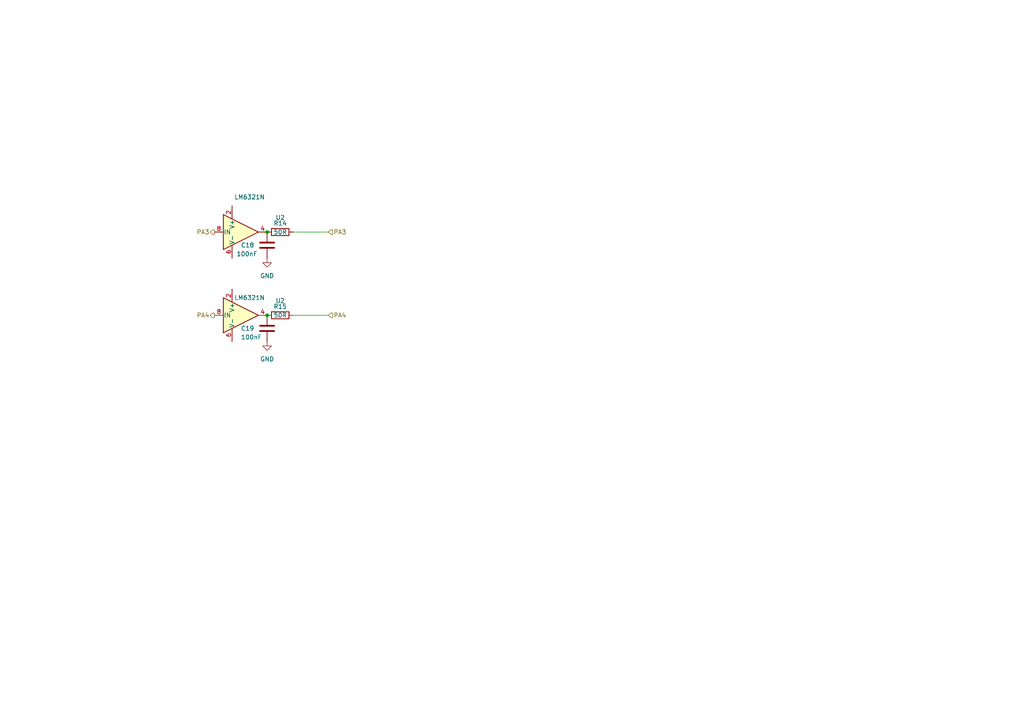
<source format=kicad_sch>
(kicad_sch (version 20230121) (generator eeschema)
  (paper "A4")
  (lib_symbols
    (symbol "Amplifier_Buffer:LM6321N" (pin_names (offset 0.127))
      (property "Reference" "U" (at 5.08 3.81 0))
      (property "Value" "LM6321N" (at 5.08 -3.81 0))
      (symbol "LM6321N_0_1"
        (polyline (pts (xy 5.08 0) (xy -5.08 5.08) (xy -5.08 -5.08) (xy 5.08 0)) (stroke (width 0.254)) (fill (type background)))
      )
      (symbol "LM6321N_1_1"
        (pin no_connect line (at -2.54 -2.54 90) (length 2.54) hide (name "NC") (number "1"))
        (pin power_in line (at -2.54 7.62 270) (length 3.81) (name "V+") (number "2"))
        (pin no_connect line (at 0 -2.54 90) (length 2.54) hide (name "NC") (number "3"))
        (pin output line (at 7.62 0 180) (length 2.54) (name "~") (number "4"))
        (pin no_connect line (at -2.54 2.54 270) (length 2.54) hide (name "NC") (number "5"))
        (pin power_in line (at -2.54 -7.62 90) (length 3.81) (name "V-") (number "6"))
        (pin no_connect line (at 0 2.54 270) (length 2.54) hide (name "NC") (number "7"))
        (pin input line (at -7.62 0 0) (length 2.54) (name "IN") (number "8"))
      )
    )
    (symbol "Device:C" (pin_numbers hide) (pin_names (offset 0.254))
      (property "Reference" "C" (at 0.635 2.54 0))
      (property "Value" "C" (at 0.635 -2.54 0))
      (symbol "C_0_1"
        (polyline (pts (xy -2.032 -0.762) (xy 2.032 -0.762)) (stroke (width 0.508)))
        (polyline (pts (xy -2.032 0.762) (xy 2.032 0.762)) (stroke (width 0.508)))
      )
      (symbol "C_1_1"
        (pin passive line (at 0 3.81 270) (length 2.794) (name "~") (number "1"))
        (pin passive line (at 0 -3.81 90) (length 2.794) (name "~") (number "2"))
      )
    )
    (symbol "Device:R" (pin_numbers hide) (pin_names (offset 0))
      (property "Reference" "R" (at 2.032 0 90))
      (property "Value" "R" (at 0 0 90))
      (symbol "R_0_1"
        (rectangle (start -1.016 -2.54) (end 1.016 2.54) (stroke (width 0.254)))
      )
      (symbol "R_1_1"
        (pin passive line (at 0 3.81 270) (length 1.27) (name "~") (number "1"))
        (pin passive line (at 0 -3.81 90) (length 1.27) (name "~") (number "2"))
      )
    )
    (symbol "power:GND" (power) (pin_names (offset 0))
      (property "Value" "GND" (at 0 -3.81 0))
      (symbol "GND_0_1"
        (polyline (pts (xy 0 0) (xy 0 -1.27) (xy 1.27 -1.27) (xy 0 -2.54) (xy -1.27 -1.27) (xy 0 -1.27)))
      )
      (symbol "GND_1_1"
        (pin power_in line (at 0 0 270) (length 0) hide (name "GND") (number "1"))
      )
    )
  )
  (junction (at 77.47 67.31))
  (junction (at 77.47 91.44))
  (wire (pts (xy 85.09 67.31) (xy 95.25 67.31)))
  (wire (pts (xy 85.09 91.44) (xy 95.25 91.44)))
  (hierarchical_label "PA4" (shape output) (at 62.23 91.44 180))
  (hierarchical_label "PA3" (shape output) (at 62.23 67.31 180))
  (hierarchical_label "PA4" (shape input) (at 95.25 91.44 0))
  (hierarchical_label "PA3" (shape input) (at 95.25 67.31 0))
  (symbol (lib_id "Device:C") (at 77.47 71.12 0) (unit 1)
    (property "Reference" "C18" (at 69.85 71.12 0) (effects (justify left)))
    (property "Value" "100nF" (at 68.58 73.66 0) (effects (justify left)))
  )
  (symbol (lib_id "Device:C") (at 77.47 95.25 0) (unit 1)
    (property "Reference" "C19" (at 69.85 95.25 0) (effects (justify left)))
    (property "Value" "100nF" (at 69.85 97.79 0) (effects (justify left)))
  )
  (symbol (lib_id "Device:R") (at 81.28 67.31 90) (unit 1)
    (property "Reference" "R14" (at 81.28 64.77 90))
    (property "Value" "50R" (at 81.28 67.31 90))
  )
  (symbol (lib_id "Amplifier_Buffer:LM6321N") (at 69.85 91.44 0) (unit 1)
    (property "Reference" "U2" (at 81.28 87.2491 0))
    (property "Value" "LM6321N" (at 72.39 86.36 0))
    (property "Footprint" "Package_DIP:DIP-8_W7.62mm" (effects hide))
    (property "Datasheet" "http://www.electronica60norte.com/mwfls/pdf/LM6221.pdf" (effects hide))
    (instances (project "M0" (path "" (reference "U2") (unit 1)) (path "" (reference "U4") (unit 1))))
  )
  (symbol (lib_id "power:GND") (at 77.47 74.93 0) (unit 1)
    (property "Reference" "#PWR06" (effects hide))
    (property "Value" "GND" (at 77.47 80.01 0))
  )
  (symbol (lib_id "Amplifier_Buffer:LM6321N") (at 69.85 67.31 0) (unit 1)
    (property "Reference" "U2" (at 81.28 63.1191 0))
    (property "Value" "LM6321N" (at 72.39 57.15 0))
    (property "Footprint" "Package_DIP:DIP-8_W7.62mm" (effects hide))
    (property "Datasheet" "http://www.electronica60norte.com/mwfls/pdf/LM6221.pdf" (effects hide))
  )
  (symbol (lib_id "power:GND") (at 77.47 99.06 0) (unit 1)
    (property "Reference" "#PWR06" (effects hide))
    (property "Value" "GND" (at 77.47 104.14 0))
    (instances (project "M0" (path "" (reference "#PWR06") (unit 1)) (path "" (reference "#PWR011") (unit 1))))
  )
  (symbol (lib_id "Device:R") (at 81.28 91.44 90) (unit 1)
    (property "Reference" "R15" (at 81.28 88.9 90))
    (property "Value" "50R" (at 81.28 91.44 90))
  )
)
</source>
